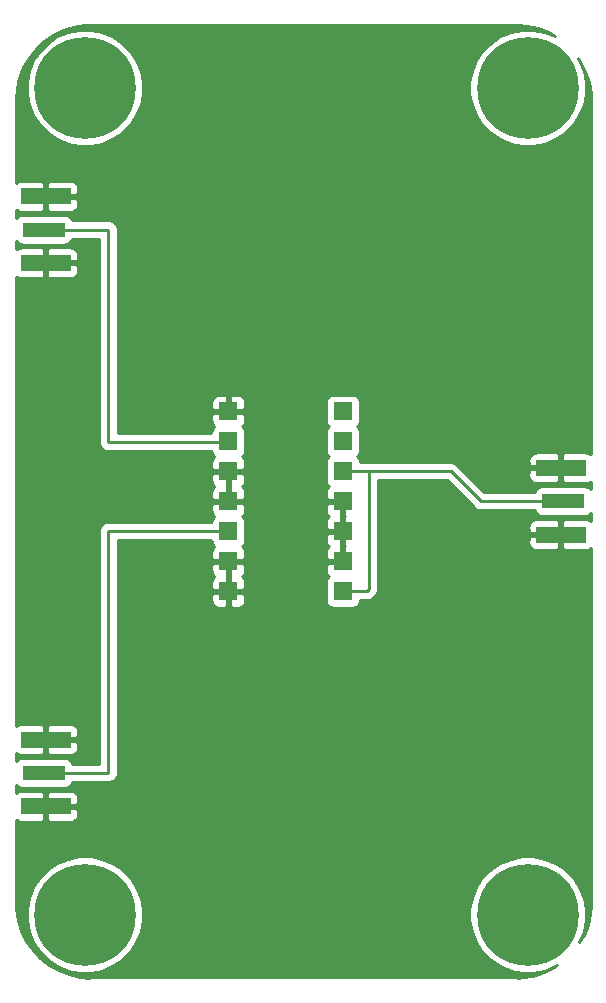
<source format=gbr>
%TF.GenerationSoftware,KiCad,Pcbnew,(5.1.6)-1*%
%TF.CreationDate,2020-10-09T05:33:10-04:00*%
%TF.ProjectId,RFID_PROJECT_PHASE-SHIFTER,52464944-5f50-4524-9f4a-4543545f5048,B*%
%TF.SameCoordinates,Original*%
%TF.FileFunction,Copper,L1,Top*%
%TF.FilePolarity,Positive*%
%FSLAX46Y46*%
G04 Gerber Fmt 4.6, Leading zero omitted, Abs format (unit mm)*
G04 Created by KiCad (PCBNEW (5.1.6)-1) date 2020-10-09 05:33:10*
%MOMM*%
%LPD*%
G01*
G04 APERTURE LIST*
%TA.AperFunction,ComponentPad*%
%ADD10C,0.900000*%
%TD*%
%TA.AperFunction,ComponentPad*%
%ADD11C,8.600000*%
%TD*%
%TA.AperFunction,SMDPad,CuDef*%
%ADD12R,1.600000X1.550000*%
%TD*%
%TA.AperFunction,SMDPad,CuDef*%
%ADD13R,4.200000X1.350000*%
%TD*%
%TA.AperFunction,SMDPad,CuDef*%
%ADD14R,3.600000X1.270000*%
%TD*%
%TA.AperFunction,ViaPad*%
%ADD15C,1.000000*%
%TD*%
%TA.AperFunction,Conductor*%
%ADD16C,0.293370*%
%TD*%
%TA.AperFunction,Conductor*%
%ADD17C,0.254000*%
%TD*%
G04 APERTURE END LIST*
D10*
%TO.P,H8,1*%
%TO.N,N/C*%
X173780419Y-125219581D03*
X171500000Y-124275000D03*
X169219581Y-125219581D03*
X168275000Y-127500000D03*
X169219581Y-129780419D03*
X171500000Y-130725000D03*
X173780419Y-129780419D03*
X174725000Y-127500000D03*
D11*
X171500000Y-127500000D03*
%TD*%
D10*
%TO.P,H7,1*%
%TO.N,N/C*%
X136280419Y-125219581D03*
X134000000Y-124275000D03*
X131719581Y-125219581D03*
X130775000Y-127500000D03*
X131719581Y-129780419D03*
X134000000Y-130725000D03*
X136280419Y-129780419D03*
X137225000Y-127500000D03*
D11*
X134000000Y-127500000D03*
%TD*%
D10*
%TO.P,H6,1*%
%TO.N,N/C*%
X173780419Y-55219581D03*
X171500000Y-54275000D03*
X169219581Y-55219581D03*
X168275000Y-57500000D03*
X169219581Y-59780419D03*
X171500000Y-60725000D03*
X173780419Y-59780419D03*
X174725000Y-57500000D03*
D11*
X171500000Y-57500000D03*
%TD*%
D10*
%TO.P,H5,1*%
%TO.N,N/C*%
X136280419Y-55219581D03*
X134000000Y-54275000D03*
X131719581Y-55219581D03*
X130775000Y-57500000D03*
X131719581Y-59780419D03*
X134000000Y-60725000D03*
X136280419Y-59780419D03*
X137225000Y-57500000D03*
D11*
X134000000Y-57500000D03*
%TD*%
D12*
%TO.P,U2,7*%
%TO.N,GND1*%
X146150000Y-100120000D03*
%TO.P,U2,8*%
%TO.N,Net-(J7-Pad1)*%
X155850000Y-100120000D03*
%TO.P,U2,6*%
%TO.N,GND1*%
X146150000Y-97580000D03*
%TO.P,U2,9*%
X155850000Y-97580000D03*
%TO.P,U2,5*%
%TO.N,Net-(J6-Pad1)*%
X146150000Y-95040000D03*
%TO.P,U2,10*%
%TO.N,GND1*%
X155850000Y-95040000D03*
%TO.P,U2,4*%
X146150000Y-92500000D03*
%TO.P,U2,11*%
X155850000Y-92500000D03*
%TO.P,U2,3*%
X146150000Y-89960000D03*
%TO.P,U2,12*%
%TO.N,Net-(J7-Pad1)*%
X155850000Y-89960000D03*
%TO.P,U2,2*%
%TO.N,Net-(J5-Pad1)*%
X146150000Y-87420000D03*
%TO.P,U2,13*%
%TO.N,N/C*%
X155850000Y-87420000D03*
%TO.P,U2,1*%
%TO.N,GND1*%
X146150000Y-84880000D03*
%TO.P,U2,14*%
%TO.N,N/C*%
X155850000Y-84880000D03*
%TD*%
D13*
%TO.P,J5,2*%
%TO.N,GND1*%
X130700000Y-66675000D03*
X130700000Y-72325000D03*
D14*
%TO.P,J5,1*%
%TO.N,Net-(J5-Pad1)*%
X130500000Y-69500000D03*
%TD*%
D13*
%TO.P,J6,2*%
%TO.N,GND1*%
X130700000Y-112675000D03*
X130700000Y-118325000D03*
D14*
%TO.P,J6,1*%
%TO.N,Net-(J6-Pad1)*%
X130500000Y-115500000D03*
%TD*%
%TO.P,J7,1*%
%TO.N,Net-(J7-Pad1)*%
X174500000Y-92500000D03*
D13*
%TO.P,J7,2*%
%TO.N,GND1*%
X174300000Y-89675000D03*
X174300000Y-95325000D03*
%TD*%
D15*
%TO.N,GND1*%
X138000000Y-62500000D03*
X166000000Y-61500000D03*
X166000000Y-122500000D03*
X138000000Y-122500000D03*
%TD*%
D16*
%TO.N,Net-(J5-Pad1)*%
X130500000Y-69500000D02*
X136000000Y-69500000D01*
X136000000Y-69500000D02*
X136000000Y-87500000D01*
X146070000Y-87500000D02*
X146150000Y-87420000D01*
X136000000Y-87500000D02*
X146070000Y-87500000D01*
%TO.N,Net-(J6-Pad1)*%
X146110000Y-95000000D02*
X146150000Y-95040000D01*
X136000000Y-95000000D02*
X146110000Y-95000000D01*
X130500000Y-115500000D02*
X136000000Y-115500000D01*
X136000000Y-115500000D02*
X136000000Y-95000000D01*
%TO.N,Net-(J7-Pad1)*%
X164960000Y-89960000D02*
X167500000Y-92500000D01*
X167500000Y-92500000D02*
X174500000Y-92500000D01*
X155850000Y-100120000D02*
X157880000Y-100120000D01*
X157880000Y-100120000D02*
X158040000Y-99960000D01*
X158040000Y-99960000D02*
X158040000Y-89960000D01*
X155850000Y-89960000D02*
X158040000Y-89960000D01*
X158040000Y-89960000D02*
X164960000Y-89960000D01*
%TD*%
D17*
%TO.N,GND1*%
G36*
X134365717Y-52175088D02*
G01*
X134466353Y-52185000D01*
X170533647Y-52185000D01*
X170634283Y-52175088D01*
X170642993Y-52172446D01*
X171436842Y-52231439D01*
X172353106Y-52438769D01*
X173228657Y-52779252D01*
X173833589Y-53124999D01*
X172939486Y-52754650D01*
X171986055Y-52565000D01*
X171013945Y-52565000D01*
X170060514Y-52754650D01*
X169162401Y-53126660D01*
X168354121Y-53666735D01*
X167666735Y-54354121D01*
X167126660Y-55162401D01*
X166754650Y-56060514D01*
X166565000Y-57013945D01*
X166565000Y-57986055D01*
X166754650Y-58939486D01*
X167126660Y-59837599D01*
X167666735Y-60645879D01*
X168354121Y-61333265D01*
X169162401Y-61873340D01*
X170060514Y-62245350D01*
X171013945Y-62435000D01*
X171986055Y-62435000D01*
X172939486Y-62245350D01*
X173837599Y-61873340D01*
X174645879Y-61333265D01*
X175333265Y-60645879D01*
X175873340Y-59837599D01*
X176245350Y-58939486D01*
X176435000Y-57986055D01*
X176435000Y-57013945D01*
X176245350Y-56060514D01*
X175873340Y-55162401D01*
X175766929Y-55003146D01*
X175961160Y-55283129D01*
X176376659Y-56125677D01*
X176663054Y-57020376D01*
X176815689Y-57957579D01*
X176832427Y-58340946D01*
X176824912Y-58365718D01*
X176815000Y-58466354D01*
X176815000Y-88519119D01*
X176754494Y-88469463D01*
X176644180Y-88410498D01*
X176524482Y-88374188D01*
X176400000Y-88361928D01*
X174585750Y-88365000D01*
X174427000Y-88523750D01*
X174427000Y-89548000D01*
X174447000Y-89548000D01*
X174447000Y-89802000D01*
X174427000Y-89802000D01*
X174427000Y-90826250D01*
X174585750Y-90985000D01*
X176400000Y-90988072D01*
X176524482Y-90975812D01*
X176644180Y-90939502D01*
X176754494Y-90880537D01*
X176815000Y-90830881D01*
X176815000Y-91491575D01*
X176751185Y-91413815D01*
X176654494Y-91334463D01*
X176544180Y-91275498D01*
X176424482Y-91239188D01*
X176300000Y-91226928D01*
X172700000Y-91226928D01*
X172575518Y-91239188D01*
X172455820Y-91275498D01*
X172345506Y-91334463D01*
X172248815Y-91413815D01*
X172169463Y-91510506D01*
X172110498Y-91620820D01*
X172080923Y-91718315D01*
X167823784Y-91718315D01*
X166455469Y-90350000D01*
X171561928Y-90350000D01*
X171574188Y-90474482D01*
X171610498Y-90594180D01*
X171669463Y-90704494D01*
X171748815Y-90801185D01*
X171845506Y-90880537D01*
X171955820Y-90939502D01*
X172075518Y-90975812D01*
X172200000Y-90988072D01*
X174014250Y-90985000D01*
X174173000Y-90826250D01*
X174173000Y-89802000D01*
X171723750Y-89802000D01*
X171565000Y-89960750D01*
X171561928Y-90350000D01*
X166455469Y-90350000D01*
X165539889Y-89434420D01*
X165515409Y-89404591D01*
X165396382Y-89306908D01*
X165260585Y-89234323D01*
X165113237Y-89189626D01*
X164998398Y-89178315D01*
X164998390Y-89178315D01*
X164960000Y-89174534D01*
X164921610Y-89178315D01*
X158078398Y-89178315D01*
X158040000Y-89174533D01*
X158001602Y-89178315D01*
X157287414Y-89178315D01*
X157275812Y-89060518D01*
X157257455Y-89000000D01*
X171561928Y-89000000D01*
X171565000Y-89389250D01*
X171723750Y-89548000D01*
X174173000Y-89548000D01*
X174173000Y-88523750D01*
X174014250Y-88365000D01*
X172200000Y-88361928D01*
X172075518Y-88374188D01*
X171955820Y-88410498D01*
X171845506Y-88469463D01*
X171748815Y-88548815D01*
X171669463Y-88645506D01*
X171610498Y-88755820D01*
X171574188Y-88875518D01*
X171561928Y-89000000D01*
X157257455Y-89000000D01*
X157239502Y-88940820D01*
X157180537Y-88830506D01*
X157101185Y-88733815D01*
X157047796Y-88690000D01*
X157101185Y-88646185D01*
X157180537Y-88549494D01*
X157239502Y-88439180D01*
X157275812Y-88319482D01*
X157288072Y-88195000D01*
X157288072Y-86645000D01*
X157275812Y-86520518D01*
X157239502Y-86400820D01*
X157180537Y-86290506D01*
X157101185Y-86193815D01*
X157047796Y-86150000D01*
X157101185Y-86106185D01*
X157180537Y-86009494D01*
X157239502Y-85899180D01*
X157275812Y-85779482D01*
X157288072Y-85655000D01*
X157288072Y-84105000D01*
X157275812Y-83980518D01*
X157239502Y-83860820D01*
X157180537Y-83750506D01*
X157101185Y-83653815D01*
X157004494Y-83574463D01*
X156894180Y-83515498D01*
X156774482Y-83479188D01*
X156650000Y-83466928D01*
X155050000Y-83466928D01*
X154925518Y-83479188D01*
X154805820Y-83515498D01*
X154695506Y-83574463D01*
X154598815Y-83653815D01*
X154519463Y-83750506D01*
X154460498Y-83860820D01*
X154424188Y-83980518D01*
X154411928Y-84105000D01*
X154411928Y-85655000D01*
X154424188Y-85779482D01*
X154460498Y-85899180D01*
X154519463Y-86009494D01*
X154598815Y-86106185D01*
X154652204Y-86150000D01*
X154598815Y-86193815D01*
X154519463Y-86290506D01*
X154460498Y-86400820D01*
X154424188Y-86520518D01*
X154411928Y-86645000D01*
X154411928Y-88195000D01*
X154424188Y-88319482D01*
X154460498Y-88439180D01*
X154519463Y-88549494D01*
X154598815Y-88646185D01*
X154652204Y-88690000D01*
X154598815Y-88733815D01*
X154519463Y-88830506D01*
X154460498Y-88940820D01*
X154424188Y-89060518D01*
X154411928Y-89185000D01*
X154411928Y-90735000D01*
X154424188Y-90859482D01*
X154460498Y-90979180D01*
X154519463Y-91089494D01*
X154598815Y-91186185D01*
X154652204Y-91230000D01*
X154598815Y-91273815D01*
X154519463Y-91370506D01*
X154460498Y-91480820D01*
X154424188Y-91600518D01*
X154411928Y-91725000D01*
X154415000Y-92214250D01*
X154573750Y-92373000D01*
X155723000Y-92373000D01*
X155723000Y-92353000D01*
X155977000Y-92353000D01*
X155977000Y-92373000D01*
X155997000Y-92373000D01*
X155997000Y-92627000D01*
X155977000Y-92627000D01*
X155977000Y-93751250D01*
X155995750Y-93770000D01*
X155977000Y-93788750D01*
X155977000Y-94913000D01*
X155997000Y-94913000D01*
X155997000Y-95167000D01*
X155977000Y-95167000D01*
X155977000Y-96291250D01*
X155995750Y-96310000D01*
X155977000Y-96328750D01*
X155977000Y-97453000D01*
X155997000Y-97453000D01*
X155997000Y-97707000D01*
X155977000Y-97707000D01*
X155977000Y-97727000D01*
X155723000Y-97727000D01*
X155723000Y-97707000D01*
X154573750Y-97707000D01*
X154415000Y-97865750D01*
X154411928Y-98355000D01*
X154424188Y-98479482D01*
X154460498Y-98599180D01*
X154519463Y-98709494D01*
X154598815Y-98806185D01*
X154652204Y-98850000D01*
X154598815Y-98893815D01*
X154519463Y-98990506D01*
X154460498Y-99100820D01*
X154424188Y-99220518D01*
X154411928Y-99345000D01*
X154411928Y-100895000D01*
X154424188Y-101019482D01*
X154460498Y-101139180D01*
X154519463Y-101249494D01*
X154598815Y-101346185D01*
X154695506Y-101425537D01*
X154805820Y-101484502D01*
X154925518Y-101520812D01*
X155050000Y-101533072D01*
X156650000Y-101533072D01*
X156774482Y-101520812D01*
X156894180Y-101484502D01*
X157004494Y-101425537D01*
X157101185Y-101346185D01*
X157180537Y-101249494D01*
X157239502Y-101139180D01*
X157275812Y-101019482D01*
X157287414Y-100901685D01*
X157841610Y-100901685D01*
X157880000Y-100905466D01*
X157918390Y-100901685D01*
X157918398Y-100901685D01*
X158033237Y-100890374D01*
X158180585Y-100845677D01*
X158316382Y-100773092D01*
X158435409Y-100675409D01*
X158459889Y-100645580D01*
X158565581Y-100539888D01*
X158595409Y-100515409D01*
X158693092Y-100396382D01*
X158765677Y-100260585D01*
X158799971Y-100147532D01*
X158810374Y-100113238D01*
X158811878Y-100097970D01*
X158821685Y-99998398D01*
X158821685Y-99998391D01*
X158825466Y-99960001D01*
X158821685Y-99921611D01*
X158821685Y-96000000D01*
X171561928Y-96000000D01*
X171574188Y-96124482D01*
X171610498Y-96244180D01*
X171669463Y-96354494D01*
X171748815Y-96451185D01*
X171845506Y-96530537D01*
X171955820Y-96589502D01*
X172075518Y-96625812D01*
X172200000Y-96638072D01*
X174014250Y-96635000D01*
X174173000Y-96476250D01*
X174173000Y-95452000D01*
X171723750Y-95452000D01*
X171565000Y-95610750D01*
X171561928Y-96000000D01*
X158821685Y-96000000D01*
X158821685Y-94650000D01*
X171561928Y-94650000D01*
X171565000Y-95039250D01*
X171723750Y-95198000D01*
X174173000Y-95198000D01*
X174173000Y-94173750D01*
X174014250Y-94015000D01*
X172200000Y-94011928D01*
X172075518Y-94024188D01*
X171955820Y-94060498D01*
X171845506Y-94119463D01*
X171748815Y-94198815D01*
X171669463Y-94295506D01*
X171610498Y-94405820D01*
X171574188Y-94525518D01*
X171561928Y-94650000D01*
X158821685Y-94650000D01*
X158821685Y-90741685D01*
X164636216Y-90741685D01*
X166920111Y-93025580D01*
X166944591Y-93055409D01*
X167063618Y-93153092D01*
X167199415Y-93225677D01*
X167302065Y-93256815D01*
X167346762Y-93270374D01*
X167362030Y-93271878D01*
X167461602Y-93281685D01*
X167461609Y-93281685D01*
X167499999Y-93285466D01*
X167538389Y-93281685D01*
X172080923Y-93281685D01*
X172110498Y-93379180D01*
X172169463Y-93489494D01*
X172248815Y-93586185D01*
X172345506Y-93665537D01*
X172455820Y-93724502D01*
X172575518Y-93760812D01*
X172700000Y-93773072D01*
X176300000Y-93773072D01*
X176424482Y-93760812D01*
X176544180Y-93724502D01*
X176654494Y-93665537D01*
X176751185Y-93586185D01*
X176815001Y-93508425D01*
X176815001Y-94169119D01*
X176754494Y-94119463D01*
X176644180Y-94060498D01*
X176524482Y-94024188D01*
X176400000Y-94011928D01*
X174585750Y-94015000D01*
X174427000Y-94173750D01*
X174427000Y-95198000D01*
X174447000Y-95198000D01*
X174447000Y-95452000D01*
X174427000Y-95452000D01*
X174427000Y-96476250D01*
X174585750Y-96635000D01*
X176400000Y-96638072D01*
X176524482Y-96625812D01*
X176644180Y-96589502D01*
X176754494Y-96530537D01*
X176815001Y-96480881D01*
X176815001Y-126533647D01*
X176824913Y-126634283D01*
X176827554Y-126642990D01*
X176768561Y-127436841D01*
X176561231Y-128353106D01*
X176220748Y-129228657D01*
X175875001Y-129833589D01*
X176245350Y-128939486D01*
X176435000Y-127986055D01*
X176435000Y-127013945D01*
X176245350Y-126060514D01*
X175873340Y-125162401D01*
X175333265Y-124354121D01*
X174645879Y-123666735D01*
X173837599Y-123126660D01*
X172939486Y-122754650D01*
X171986055Y-122565000D01*
X171013945Y-122565000D01*
X170060514Y-122754650D01*
X169162401Y-123126660D01*
X168354121Y-123666735D01*
X167666735Y-124354121D01*
X167126660Y-125162401D01*
X166754650Y-126060514D01*
X166565000Y-127013945D01*
X166565000Y-127986055D01*
X166754650Y-128939486D01*
X167126660Y-129837599D01*
X167666735Y-130645879D01*
X168354121Y-131333265D01*
X169162401Y-131873340D01*
X170060514Y-132245350D01*
X171013945Y-132435000D01*
X171986055Y-132435000D01*
X172939486Y-132245350D01*
X173837599Y-131873340D01*
X173996837Y-131766940D01*
X173716871Y-131961160D01*
X172874323Y-132376659D01*
X171979624Y-132663054D01*
X171042414Y-132815689D01*
X170659055Y-132832427D01*
X170634283Y-132824912D01*
X170533647Y-132815000D01*
X134466353Y-132815000D01*
X134365717Y-132824912D01*
X134357007Y-132827554D01*
X133563159Y-132768561D01*
X132646894Y-132561231D01*
X131771343Y-132220748D01*
X130955735Y-131754590D01*
X130217986Y-131172995D01*
X129574311Y-130488749D01*
X129038840Y-129716871D01*
X128623341Y-128874323D01*
X128336946Y-127979624D01*
X128184311Y-127042414D01*
X128183069Y-127013945D01*
X129065000Y-127013945D01*
X129065000Y-127986055D01*
X129254650Y-128939486D01*
X129626660Y-129837599D01*
X130166735Y-130645879D01*
X130854121Y-131333265D01*
X131662401Y-131873340D01*
X132560514Y-132245350D01*
X133513945Y-132435000D01*
X134486055Y-132435000D01*
X135439486Y-132245350D01*
X136337599Y-131873340D01*
X137145879Y-131333265D01*
X137833265Y-130645879D01*
X138373340Y-129837599D01*
X138745350Y-128939486D01*
X138935000Y-127986055D01*
X138935000Y-127013945D01*
X138745350Y-126060514D01*
X138373340Y-125162401D01*
X137833265Y-124354121D01*
X137145879Y-123666735D01*
X136337599Y-123126660D01*
X135439486Y-122754650D01*
X134486055Y-122565000D01*
X133513945Y-122565000D01*
X132560514Y-122754650D01*
X131662401Y-123126660D01*
X130854121Y-123666735D01*
X130166735Y-124354121D01*
X129626660Y-125162401D01*
X129254650Y-126060514D01*
X129065000Y-127013945D01*
X128183069Y-127013945D01*
X128167573Y-126659055D01*
X128175088Y-126634283D01*
X128185000Y-126533647D01*
X128185000Y-119480881D01*
X128245506Y-119530537D01*
X128355820Y-119589502D01*
X128475518Y-119625812D01*
X128600000Y-119638072D01*
X130414250Y-119635000D01*
X130573000Y-119476250D01*
X130573000Y-118452000D01*
X130827000Y-118452000D01*
X130827000Y-119476250D01*
X130985750Y-119635000D01*
X132800000Y-119638072D01*
X132924482Y-119625812D01*
X133044180Y-119589502D01*
X133154494Y-119530537D01*
X133251185Y-119451185D01*
X133330537Y-119354494D01*
X133389502Y-119244180D01*
X133425812Y-119124482D01*
X133438072Y-119000000D01*
X133435000Y-118610750D01*
X133276250Y-118452000D01*
X130827000Y-118452000D01*
X130573000Y-118452000D01*
X130553000Y-118452000D01*
X130553000Y-118198000D01*
X130573000Y-118198000D01*
X130573000Y-117173750D01*
X130827000Y-117173750D01*
X130827000Y-118198000D01*
X133276250Y-118198000D01*
X133435000Y-118039250D01*
X133438072Y-117650000D01*
X133425812Y-117525518D01*
X133389502Y-117405820D01*
X133330537Y-117295506D01*
X133251185Y-117198815D01*
X133154494Y-117119463D01*
X133044180Y-117060498D01*
X132924482Y-117024188D01*
X132800000Y-117011928D01*
X130985750Y-117015000D01*
X130827000Y-117173750D01*
X130573000Y-117173750D01*
X130414250Y-117015000D01*
X128600000Y-117011928D01*
X128475518Y-117024188D01*
X128355820Y-117060498D01*
X128245506Y-117119463D01*
X128185000Y-117169119D01*
X128185000Y-116508426D01*
X128248815Y-116586185D01*
X128345506Y-116665537D01*
X128455820Y-116724502D01*
X128575518Y-116760812D01*
X128700000Y-116773072D01*
X132300000Y-116773072D01*
X132424482Y-116760812D01*
X132544180Y-116724502D01*
X132654494Y-116665537D01*
X132751185Y-116586185D01*
X132830537Y-116489494D01*
X132889502Y-116379180D01*
X132919077Y-116281685D01*
X135961602Y-116281685D01*
X136000000Y-116285467D01*
X136038398Y-116281685D01*
X136153237Y-116270374D01*
X136300585Y-116225677D01*
X136436382Y-116153092D01*
X136555409Y-116055409D01*
X136653092Y-115936382D01*
X136725677Y-115800585D01*
X136770374Y-115653237D01*
X136785467Y-115500000D01*
X136781685Y-115461602D01*
X136781685Y-100895000D01*
X144711928Y-100895000D01*
X144724188Y-101019482D01*
X144760498Y-101139180D01*
X144819463Y-101249494D01*
X144898815Y-101346185D01*
X144995506Y-101425537D01*
X145105820Y-101484502D01*
X145225518Y-101520812D01*
X145350000Y-101533072D01*
X145864250Y-101530000D01*
X146023000Y-101371250D01*
X146023000Y-100247000D01*
X146277000Y-100247000D01*
X146277000Y-101371250D01*
X146435750Y-101530000D01*
X146950000Y-101533072D01*
X147074482Y-101520812D01*
X147194180Y-101484502D01*
X147304494Y-101425537D01*
X147401185Y-101346185D01*
X147480537Y-101249494D01*
X147539502Y-101139180D01*
X147575812Y-101019482D01*
X147588072Y-100895000D01*
X147585000Y-100405750D01*
X147426250Y-100247000D01*
X146277000Y-100247000D01*
X146023000Y-100247000D01*
X144873750Y-100247000D01*
X144715000Y-100405750D01*
X144711928Y-100895000D01*
X136781685Y-100895000D01*
X136781685Y-98355000D01*
X144711928Y-98355000D01*
X144724188Y-98479482D01*
X144760498Y-98599180D01*
X144819463Y-98709494D01*
X144898815Y-98806185D01*
X144952204Y-98850000D01*
X144898815Y-98893815D01*
X144819463Y-98990506D01*
X144760498Y-99100820D01*
X144724188Y-99220518D01*
X144711928Y-99345000D01*
X144715000Y-99834250D01*
X144873750Y-99993000D01*
X146023000Y-99993000D01*
X146023000Y-98868750D01*
X146004250Y-98850000D01*
X146023000Y-98831250D01*
X146023000Y-97707000D01*
X146277000Y-97707000D01*
X146277000Y-98831250D01*
X146295750Y-98850000D01*
X146277000Y-98868750D01*
X146277000Y-99993000D01*
X147426250Y-99993000D01*
X147585000Y-99834250D01*
X147588072Y-99345000D01*
X147575812Y-99220518D01*
X147539502Y-99100820D01*
X147480537Y-98990506D01*
X147401185Y-98893815D01*
X147347796Y-98850000D01*
X147401185Y-98806185D01*
X147480537Y-98709494D01*
X147539502Y-98599180D01*
X147575812Y-98479482D01*
X147588072Y-98355000D01*
X147585000Y-97865750D01*
X147426250Y-97707000D01*
X146277000Y-97707000D01*
X146023000Y-97707000D01*
X144873750Y-97707000D01*
X144715000Y-97865750D01*
X144711928Y-98355000D01*
X136781685Y-98355000D01*
X136781685Y-95781685D01*
X144711928Y-95781685D01*
X144711928Y-95815000D01*
X144724188Y-95939482D01*
X144760498Y-96059180D01*
X144819463Y-96169494D01*
X144898815Y-96266185D01*
X144952204Y-96310000D01*
X144898815Y-96353815D01*
X144819463Y-96450506D01*
X144760498Y-96560820D01*
X144724188Y-96680518D01*
X144711928Y-96805000D01*
X144715000Y-97294250D01*
X144873750Y-97453000D01*
X146023000Y-97453000D01*
X146023000Y-97433000D01*
X146277000Y-97433000D01*
X146277000Y-97453000D01*
X147426250Y-97453000D01*
X147585000Y-97294250D01*
X147588072Y-96805000D01*
X147575812Y-96680518D01*
X147539502Y-96560820D01*
X147480537Y-96450506D01*
X147401185Y-96353815D01*
X147347796Y-96310000D01*
X147401185Y-96266185D01*
X147480537Y-96169494D01*
X147539502Y-96059180D01*
X147575812Y-95939482D01*
X147588072Y-95815000D01*
X154411928Y-95815000D01*
X154424188Y-95939482D01*
X154460498Y-96059180D01*
X154519463Y-96169494D01*
X154598815Y-96266185D01*
X154652204Y-96310000D01*
X154598815Y-96353815D01*
X154519463Y-96450506D01*
X154460498Y-96560820D01*
X154424188Y-96680518D01*
X154411928Y-96805000D01*
X154415000Y-97294250D01*
X154573750Y-97453000D01*
X155723000Y-97453000D01*
X155723000Y-96328750D01*
X155704250Y-96310000D01*
X155723000Y-96291250D01*
X155723000Y-95167000D01*
X154573750Y-95167000D01*
X154415000Y-95325750D01*
X154411928Y-95815000D01*
X147588072Y-95815000D01*
X147588072Y-94265000D01*
X147575812Y-94140518D01*
X147539502Y-94020820D01*
X147480537Y-93910506D01*
X147401185Y-93813815D01*
X147347796Y-93770000D01*
X147401185Y-93726185D01*
X147480537Y-93629494D01*
X147539502Y-93519180D01*
X147575812Y-93399482D01*
X147588072Y-93275000D01*
X154411928Y-93275000D01*
X154424188Y-93399482D01*
X154460498Y-93519180D01*
X154519463Y-93629494D01*
X154598815Y-93726185D01*
X154652204Y-93770000D01*
X154598815Y-93813815D01*
X154519463Y-93910506D01*
X154460498Y-94020820D01*
X154424188Y-94140518D01*
X154411928Y-94265000D01*
X154415000Y-94754250D01*
X154573750Y-94913000D01*
X155723000Y-94913000D01*
X155723000Y-93788750D01*
X155704250Y-93770000D01*
X155723000Y-93751250D01*
X155723000Y-92627000D01*
X154573750Y-92627000D01*
X154415000Y-92785750D01*
X154411928Y-93275000D01*
X147588072Y-93275000D01*
X147585000Y-92785750D01*
X147426250Y-92627000D01*
X146277000Y-92627000D01*
X146277000Y-92647000D01*
X146023000Y-92647000D01*
X146023000Y-92627000D01*
X144873750Y-92627000D01*
X144715000Y-92785750D01*
X144711928Y-93275000D01*
X144724188Y-93399482D01*
X144760498Y-93519180D01*
X144819463Y-93629494D01*
X144898815Y-93726185D01*
X144952204Y-93770000D01*
X144898815Y-93813815D01*
X144819463Y-93910506D01*
X144760498Y-94020820D01*
X144724188Y-94140518D01*
X144716526Y-94218315D01*
X136038398Y-94218315D01*
X136000000Y-94214533D01*
X135961602Y-94218315D01*
X135846763Y-94229626D01*
X135699415Y-94274323D01*
X135563618Y-94346908D01*
X135444591Y-94444591D01*
X135346908Y-94563618D01*
X135274323Y-94699415D01*
X135229626Y-94846763D01*
X135214533Y-95000000D01*
X135218316Y-95038408D01*
X135218315Y-114718315D01*
X132919077Y-114718315D01*
X132889502Y-114620820D01*
X132830537Y-114510506D01*
X132751185Y-114413815D01*
X132654494Y-114334463D01*
X132544180Y-114275498D01*
X132424482Y-114239188D01*
X132300000Y-114226928D01*
X128700000Y-114226928D01*
X128575518Y-114239188D01*
X128455820Y-114275498D01*
X128345506Y-114334463D01*
X128248815Y-114413815D01*
X128185000Y-114491574D01*
X128185000Y-113830881D01*
X128245506Y-113880537D01*
X128355820Y-113939502D01*
X128475518Y-113975812D01*
X128600000Y-113988072D01*
X130414250Y-113985000D01*
X130573000Y-113826250D01*
X130573000Y-112802000D01*
X130827000Y-112802000D01*
X130827000Y-113826250D01*
X130985750Y-113985000D01*
X132800000Y-113988072D01*
X132924482Y-113975812D01*
X133044180Y-113939502D01*
X133154494Y-113880537D01*
X133251185Y-113801185D01*
X133330537Y-113704494D01*
X133389502Y-113594180D01*
X133425812Y-113474482D01*
X133438072Y-113350000D01*
X133435000Y-112960750D01*
X133276250Y-112802000D01*
X130827000Y-112802000D01*
X130573000Y-112802000D01*
X130553000Y-112802000D01*
X130553000Y-112548000D01*
X130573000Y-112548000D01*
X130573000Y-111523750D01*
X130827000Y-111523750D01*
X130827000Y-112548000D01*
X133276250Y-112548000D01*
X133435000Y-112389250D01*
X133438072Y-112000000D01*
X133425812Y-111875518D01*
X133389502Y-111755820D01*
X133330537Y-111645506D01*
X133251185Y-111548815D01*
X133154494Y-111469463D01*
X133044180Y-111410498D01*
X132924482Y-111374188D01*
X132800000Y-111361928D01*
X130985750Y-111365000D01*
X130827000Y-111523750D01*
X130573000Y-111523750D01*
X130414250Y-111365000D01*
X128600000Y-111361928D01*
X128475518Y-111374188D01*
X128355820Y-111410498D01*
X128245506Y-111469463D01*
X128185000Y-111519119D01*
X128185000Y-90735000D01*
X144711928Y-90735000D01*
X144724188Y-90859482D01*
X144760498Y-90979180D01*
X144819463Y-91089494D01*
X144898815Y-91186185D01*
X144952204Y-91230000D01*
X144898815Y-91273815D01*
X144819463Y-91370506D01*
X144760498Y-91480820D01*
X144724188Y-91600518D01*
X144711928Y-91725000D01*
X144715000Y-92214250D01*
X144873750Y-92373000D01*
X146023000Y-92373000D01*
X146023000Y-91248750D01*
X146004250Y-91230000D01*
X146023000Y-91211250D01*
X146023000Y-90087000D01*
X146277000Y-90087000D01*
X146277000Y-91211250D01*
X146295750Y-91230000D01*
X146277000Y-91248750D01*
X146277000Y-92373000D01*
X147426250Y-92373000D01*
X147585000Y-92214250D01*
X147588072Y-91725000D01*
X147575812Y-91600518D01*
X147539502Y-91480820D01*
X147480537Y-91370506D01*
X147401185Y-91273815D01*
X147347796Y-91230000D01*
X147401185Y-91186185D01*
X147480537Y-91089494D01*
X147539502Y-90979180D01*
X147575812Y-90859482D01*
X147588072Y-90735000D01*
X147585000Y-90245750D01*
X147426250Y-90087000D01*
X146277000Y-90087000D01*
X146023000Y-90087000D01*
X144873750Y-90087000D01*
X144715000Y-90245750D01*
X144711928Y-90735000D01*
X128185000Y-90735000D01*
X128185000Y-73480881D01*
X128245506Y-73530537D01*
X128355820Y-73589502D01*
X128475518Y-73625812D01*
X128600000Y-73638072D01*
X130414250Y-73635000D01*
X130573000Y-73476250D01*
X130573000Y-72452000D01*
X130827000Y-72452000D01*
X130827000Y-73476250D01*
X130985750Y-73635000D01*
X132800000Y-73638072D01*
X132924482Y-73625812D01*
X133044180Y-73589502D01*
X133154494Y-73530537D01*
X133251185Y-73451185D01*
X133330537Y-73354494D01*
X133389502Y-73244180D01*
X133425812Y-73124482D01*
X133438072Y-73000000D01*
X133435000Y-72610750D01*
X133276250Y-72452000D01*
X130827000Y-72452000D01*
X130573000Y-72452000D01*
X130553000Y-72452000D01*
X130553000Y-72198000D01*
X130573000Y-72198000D01*
X130573000Y-71173750D01*
X130827000Y-71173750D01*
X130827000Y-72198000D01*
X133276250Y-72198000D01*
X133435000Y-72039250D01*
X133438072Y-71650000D01*
X133425812Y-71525518D01*
X133389502Y-71405820D01*
X133330537Y-71295506D01*
X133251185Y-71198815D01*
X133154494Y-71119463D01*
X133044180Y-71060498D01*
X132924482Y-71024188D01*
X132800000Y-71011928D01*
X130985750Y-71015000D01*
X130827000Y-71173750D01*
X130573000Y-71173750D01*
X130414250Y-71015000D01*
X128600000Y-71011928D01*
X128475518Y-71024188D01*
X128355820Y-71060498D01*
X128245506Y-71119463D01*
X128185000Y-71169119D01*
X128185000Y-70508426D01*
X128248815Y-70586185D01*
X128345506Y-70665537D01*
X128455820Y-70724502D01*
X128575518Y-70760812D01*
X128700000Y-70773072D01*
X132300000Y-70773072D01*
X132424482Y-70760812D01*
X132544180Y-70724502D01*
X132654494Y-70665537D01*
X132751185Y-70586185D01*
X132830537Y-70489494D01*
X132889502Y-70379180D01*
X132919077Y-70281685D01*
X135218315Y-70281685D01*
X135218316Y-87461592D01*
X135214533Y-87500000D01*
X135229626Y-87653237D01*
X135274323Y-87800585D01*
X135346908Y-87936382D01*
X135444591Y-88055409D01*
X135563618Y-88153092D01*
X135699415Y-88225677D01*
X135846763Y-88270374D01*
X135961602Y-88281685D01*
X136000000Y-88285467D01*
X136038398Y-88281685D01*
X144720465Y-88281685D01*
X144724188Y-88319482D01*
X144760498Y-88439180D01*
X144819463Y-88549494D01*
X144898815Y-88646185D01*
X144952204Y-88690000D01*
X144898815Y-88733815D01*
X144819463Y-88830506D01*
X144760498Y-88940820D01*
X144724188Y-89060518D01*
X144711928Y-89185000D01*
X144715000Y-89674250D01*
X144873750Y-89833000D01*
X146023000Y-89833000D01*
X146023000Y-89813000D01*
X146277000Y-89813000D01*
X146277000Y-89833000D01*
X147426250Y-89833000D01*
X147585000Y-89674250D01*
X147588072Y-89185000D01*
X147575812Y-89060518D01*
X147539502Y-88940820D01*
X147480537Y-88830506D01*
X147401185Y-88733815D01*
X147347796Y-88690000D01*
X147401185Y-88646185D01*
X147480537Y-88549494D01*
X147539502Y-88439180D01*
X147575812Y-88319482D01*
X147588072Y-88195000D01*
X147588072Y-86645000D01*
X147575812Y-86520518D01*
X147539502Y-86400820D01*
X147480537Y-86290506D01*
X147401185Y-86193815D01*
X147347796Y-86150000D01*
X147401185Y-86106185D01*
X147480537Y-86009494D01*
X147539502Y-85899180D01*
X147575812Y-85779482D01*
X147588072Y-85655000D01*
X147585000Y-85165750D01*
X147426250Y-85007000D01*
X146277000Y-85007000D01*
X146277000Y-85027000D01*
X146023000Y-85027000D01*
X146023000Y-85007000D01*
X144873750Y-85007000D01*
X144715000Y-85165750D01*
X144711928Y-85655000D01*
X144724188Y-85779482D01*
X144760498Y-85899180D01*
X144819463Y-86009494D01*
X144898815Y-86106185D01*
X144952204Y-86150000D01*
X144898815Y-86193815D01*
X144819463Y-86290506D01*
X144760498Y-86400820D01*
X144724188Y-86520518D01*
X144711928Y-86645000D01*
X144711928Y-86718315D01*
X136781685Y-86718315D01*
X136781685Y-84105000D01*
X144711928Y-84105000D01*
X144715000Y-84594250D01*
X144873750Y-84753000D01*
X146023000Y-84753000D01*
X146023000Y-83628750D01*
X146277000Y-83628750D01*
X146277000Y-84753000D01*
X147426250Y-84753000D01*
X147585000Y-84594250D01*
X147588072Y-84105000D01*
X147575812Y-83980518D01*
X147539502Y-83860820D01*
X147480537Y-83750506D01*
X147401185Y-83653815D01*
X147304494Y-83574463D01*
X147194180Y-83515498D01*
X147074482Y-83479188D01*
X146950000Y-83466928D01*
X146435750Y-83470000D01*
X146277000Y-83628750D01*
X146023000Y-83628750D01*
X145864250Y-83470000D01*
X145350000Y-83466928D01*
X145225518Y-83479188D01*
X145105820Y-83515498D01*
X144995506Y-83574463D01*
X144898815Y-83653815D01*
X144819463Y-83750506D01*
X144760498Y-83860820D01*
X144724188Y-83980518D01*
X144711928Y-84105000D01*
X136781685Y-84105000D01*
X136781685Y-69538398D01*
X136785467Y-69500000D01*
X136770374Y-69346763D01*
X136725677Y-69199415D01*
X136653092Y-69063618D01*
X136555409Y-68944591D01*
X136436382Y-68846908D01*
X136300585Y-68774323D01*
X136153237Y-68729626D01*
X136038398Y-68718315D01*
X136000000Y-68714533D01*
X135961602Y-68718315D01*
X132919077Y-68718315D01*
X132889502Y-68620820D01*
X132830537Y-68510506D01*
X132751185Y-68413815D01*
X132654494Y-68334463D01*
X132544180Y-68275498D01*
X132424482Y-68239188D01*
X132300000Y-68226928D01*
X128700000Y-68226928D01*
X128575518Y-68239188D01*
X128455820Y-68275498D01*
X128345506Y-68334463D01*
X128248815Y-68413815D01*
X128185000Y-68491574D01*
X128185000Y-67830881D01*
X128245506Y-67880537D01*
X128355820Y-67939502D01*
X128475518Y-67975812D01*
X128600000Y-67988072D01*
X130414250Y-67985000D01*
X130573000Y-67826250D01*
X130573000Y-66802000D01*
X130827000Y-66802000D01*
X130827000Y-67826250D01*
X130985750Y-67985000D01*
X132800000Y-67988072D01*
X132924482Y-67975812D01*
X133044180Y-67939502D01*
X133154494Y-67880537D01*
X133251185Y-67801185D01*
X133330537Y-67704494D01*
X133389502Y-67594180D01*
X133425812Y-67474482D01*
X133438072Y-67350000D01*
X133435000Y-66960750D01*
X133276250Y-66802000D01*
X130827000Y-66802000D01*
X130573000Y-66802000D01*
X130553000Y-66802000D01*
X130553000Y-66548000D01*
X130573000Y-66548000D01*
X130573000Y-65523750D01*
X130827000Y-65523750D01*
X130827000Y-66548000D01*
X133276250Y-66548000D01*
X133435000Y-66389250D01*
X133438072Y-66000000D01*
X133425812Y-65875518D01*
X133389502Y-65755820D01*
X133330537Y-65645506D01*
X133251185Y-65548815D01*
X133154494Y-65469463D01*
X133044180Y-65410498D01*
X132924482Y-65374188D01*
X132800000Y-65361928D01*
X130985750Y-65365000D01*
X130827000Y-65523750D01*
X130573000Y-65523750D01*
X130414250Y-65365000D01*
X128600000Y-65361928D01*
X128475518Y-65374188D01*
X128355820Y-65410498D01*
X128245506Y-65469463D01*
X128185000Y-65519119D01*
X128185000Y-58466353D01*
X128175088Y-58365717D01*
X128172446Y-58357007D01*
X128231439Y-57563158D01*
X128355713Y-57013945D01*
X129065000Y-57013945D01*
X129065000Y-57986055D01*
X129254650Y-58939486D01*
X129626660Y-59837599D01*
X130166735Y-60645879D01*
X130854121Y-61333265D01*
X131662401Y-61873340D01*
X132560514Y-62245350D01*
X133513945Y-62435000D01*
X134486055Y-62435000D01*
X135439486Y-62245350D01*
X136337599Y-61873340D01*
X137145879Y-61333265D01*
X137833265Y-60645879D01*
X138373340Y-59837599D01*
X138745350Y-58939486D01*
X138935000Y-57986055D01*
X138935000Y-57013945D01*
X138745350Y-56060514D01*
X138373340Y-55162401D01*
X137833265Y-54354121D01*
X137145879Y-53666735D01*
X136337599Y-53126660D01*
X135439486Y-52754650D01*
X134486055Y-52565000D01*
X133513945Y-52565000D01*
X132560514Y-52754650D01*
X131662401Y-53126660D01*
X130854121Y-53666735D01*
X130166735Y-54354121D01*
X129626660Y-55162401D01*
X129254650Y-56060514D01*
X129065000Y-57013945D01*
X128355713Y-57013945D01*
X128438769Y-56646894D01*
X128779252Y-55771343D01*
X129245410Y-54955735D01*
X129827005Y-54217986D01*
X130511251Y-53574311D01*
X131283129Y-53038840D01*
X132125677Y-52623341D01*
X133020376Y-52336946D01*
X133957579Y-52184311D01*
X134340945Y-52167573D01*
X134365717Y-52175088D01*
G37*
X134365717Y-52175088D02*
X134466353Y-52185000D01*
X170533647Y-52185000D01*
X170634283Y-52175088D01*
X170642993Y-52172446D01*
X171436842Y-52231439D01*
X172353106Y-52438769D01*
X173228657Y-52779252D01*
X173833589Y-53124999D01*
X172939486Y-52754650D01*
X171986055Y-52565000D01*
X171013945Y-52565000D01*
X170060514Y-52754650D01*
X169162401Y-53126660D01*
X168354121Y-53666735D01*
X167666735Y-54354121D01*
X167126660Y-55162401D01*
X166754650Y-56060514D01*
X166565000Y-57013945D01*
X166565000Y-57986055D01*
X166754650Y-58939486D01*
X167126660Y-59837599D01*
X167666735Y-60645879D01*
X168354121Y-61333265D01*
X169162401Y-61873340D01*
X170060514Y-62245350D01*
X171013945Y-62435000D01*
X171986055Y-62435000D01*
X172939486Y-62245350D01*
X173837599Y-61873340D01*
X174645879Y-61333265D01*
X175333265Y-60645879D01*
X175873340Y-59837599D01*
X176245350Y-58939486D01*
X176435000Y-57986055D01*
X176435000Y-57013945D01*
X176245350Y-56060514D01*
X175873340Y-55162401D01*
X175766929Y-55003146D01*
X175961160Y-55283129D01*
X176376659Y-56125677D01*
X176663054Y-57020376D01*
X176815689Y-57957579D01*
X176832427Y-58340946D01*
X176824912Y-58365718D01*
X176815000Y-58466354D01*
X176815000Y-88519119D01*
X176754494Y-88469463D01*
X176644180Y-88410498D01*
X176524482Y-88374188D01*
X176400000Y-88361928D01*
X174585750Y-88365000D01*
X174427000Y-88523750D01*
X174427000Y-89548000D01*
X174447000Y-89548000D01*
X174447000Y-89802000D01*
X174427000Y-89802000D01*
X174427000Y-90826250D01*
X174585750Y-90985000D01*
X176400000Y-90988072D01*
X176524482Y-90975812D01*
X176644180Y-90939502D01*
X176754494Y-90880537D01*
X176815000Y-90830881D01*
X176815000Y-91491575D01*
X176751185Y-91413815D01*
X176654494Y-91334463D01*
X176544180Y-91275498D01*
X176424482Y-91239188D01*
X176300000Y-91226928D01*
X172700000Y-91226928D01*
X172575518Y-91239188D01*
X172455820Y-91275498D01*
X172345506Y-91334463D01*
X172248815Y-91413815D01*
X172169463Y-91510506D01*
X172110498Y-91620820D01*
X172080923Y-91718315D01*
X167823784Y-91718315D01*
X166455469Y-90350000D01*
X171561928Y-90350000D01*
X171574188Y-90474482D01*
X171610498Y-90594180D01*
X171669463Y-90704494D01*
X171748815Y-90801185D01*
X171845506Y-90880537D01*
X171955820Y-90939502D01*
X172075518Y-90975812D01*
X172200000Y-90988072D01*
X174014250Y-90985000D01*
X174173000Y-90826250D01*
X174173000Y-89802000D01*
X171723750Y-89802000D01*
X171565000Y-89960750D01*
X171561928Y-90350000D01*
X166455469Y-90350000D01*
X165539889Y-89434420D01*
X165515409Y-89404591D01*
X165396382Y-89306908D01*
X165260585Y-89234323D01*
X165113237Y-89189626D01*
X164998398Y-89178315D01*
X164998390Y-89178315D01*
X164960000Y-89174534D01*
X164921610Y-89178315D01*
X158078398Y-89178315D01*
X158040000Y-89174533D01*
X158001602Y-89178315D01*
X157287414Y-89178315D01*
X157275812Y-89060518D01*
X157257455Y-89000000D01*
X171561928Y-89000000D01*
X171565000Y-89389250D01*
X171723750Y-89548000D01*
X174173000Y-89548000D01*
X174173000Y-88523750D01*
X174014250Y-88365000D01*
X172200000Y-88361928D01*
X172075518Y-88374188D01*
X171955820Y-88410498D01*
X171845506Y-88469463D01*
X171748815Y-88548815D01*
X171669463Y-88645506D01*
X171610498Y-88755820D01*
X171574188Y-88875518D01*
X171561928Y-89000000D01*
X157257455Y-89000000D01*
X157239502Y-88940820D01*
X157180537Y-88830506D01*
X157101185Y-88733815D01*
X157047796Y-88690000D01*
X157101185Y-88646185D01*
X157180537Y-88549494D01*
X157239502Y-88439180D01*
X157275812Y-88319482D01*
X157288072Y-88195000D01*
X157288072Y-86645000D01*
X157275812Y-86520518D01*
X157239502Y-86400820D01*
X157180537Y-86290506D01*
X157101185Y-86193815D01*
X157047796Y-86150000D01*
X157101185Y-86106185D01*
X157180537Y-86009494D01*
X157239502Y-85899180D01*
X157275812Y-85779482D01*
X157288072Y-85655000D01*
X157288072Y-84105000D01*
X157275812Y-83980518D01*
X157239502Y-83860820D01*
X157180537Y-83750506D01*
X157101185Y-83653815D01*
X157004494Y-83574463D01*
X156894180Y-83515498D01*
X156774482Y-83479188D01*
X156650000Y-83466928D01*
X155050000Y-83466928D01*
X154925518Y-83479188D01*
X154805820Y-83515498D01*
X154695506Y-83574463D01*
X154598815Y-83653815D01*
X154519463Y-83750506D01*
X154460498Y-83860820D01*
X154424188Y-83980518D01*
X154411928Y-84105000D01*
X154411928Y-85655000D01*
X154424188Y-85779482D01*
X154460498Y-85899180D01*
X154519463Y-86009494D01*
X154598815Y-86106185D01*
X154652204Y-86150000D01*
X154598815Y-86193815D01*
X154519463Y-86290506D01*
X154460498Y-86400820D01*
X154424188Y-86520518D01*
X154411928Y-86645000D01*
X154411928Y-88195000D01*
X154424188Y-88319482D01*
X154460498Y-88439180D01*
X154519463Y-88549494D01*
X154598815Y-88646185D01*
X154652204Y-88690000D01*
X154598815Y-88733815D01*
X154519463Y-88830506D01*
X154460498Y-88940820D01*
X154424188Y-89060518D01*
X154411928Y-89185000D01*
X154411928Y-90735000D01*
X154424188Y-90859482D01*
X154460498Y-90979180D01*
X154519463Y-91089494D01*
X154598815Y-91186185D01*
X154652204Y-91230000D01*
X154598815Y-91273815D01*
X154519463Y-91370506D01*
X154460498Y-91480820D01*
X154424188Y-91600518D01*
X154411928Y-91725000D01*
X154415000Y-92214250D01*
X154573750Y-92373000D01*
X155723000Y-92373000D01*
X155723000Y-92353000D01*
X155977000Y-92353000D01*
X155977000Y-92373000D01*
X155997000Y-92373000D01*
X155997000Y-92627000D01*
X155977000Y-92627000D01*
X155977000Y-93751250D01*
X155995750Y-93770000D01*
X155977000Y-93788750D01*
X155977000Y-94913000D01*
X155997000Y-94913000D01*
X155997000Y-95167000D01*
X155977000Y-95167000D01*
X155977000Y-96291250D01*
X155995750Y-96310000D01*
X155977000Y-96328750D01*
X155977000Y-97453000D01*
X155997000Y-97453000D01*
X155997000Y-97707000D01*
X155977000Y-97707000D01*
X155977000Y-97727000D01*
X155723000Y-97727000D01*
X155723000Y-97707000D01*
X154573750Y-97707000D01*
X154415000Y-97865750D01*
X154411928Y-98355000D01*
X154424188Y-98479482D01*
X154460498Y-98599180D01*
X154519463Y-98709494D01*
X154598815Y-98806185D01*
X154652204Y-98850000D01*
X154598815Y-98893815D01*
X154519463Y-98990506D01*
X154460498Y-99100820D01*
X154424188Y-99220518D01*
X154411928Y-99345000D01*
X154411928Y-100895000D01*
X154424188Y-101019482D01*
X154460498Y-101139180D01*
X154519463Y-101249494D01*
X154598815Y-101346185D01*
X154695506Y-101425537D01*
X154805820Y-101484502D01*
X154925518Y-101520812D01*
X155050000Y-101533072D01*
X156650000Y-101533072D01*
X156774482Y-101520812D01*
X156894180Y-101484502D01*
X157004494Y-101425537D01*
X157101185Y-101346185D01*
X157180537Y-101249494D01*
X157239502Y-101139180D01*
X157275812Y-101019482D01*
X157287414Y-100901685D01*
X157841610Y-100901685D01*
X157880000Y-100905466D01*
X157918390Y-100901685D01*
X157918398Y-100901685D01*
X158033237Y-100890374D01*
X158180585Y-100845677D01*
X158316382Y-100773092D01*
X158435409Y-100675409D01*
X158459889Y-100645580D01*
X158565581Y-100539888D01*
X158595409Y-100515409D01*
X158693092Y-100396382D01*
X158765677Y-100260585D01*
X158799971Y-100147532D01*
X158810374Y-100113238D01*
X158811878Y-100097970D01*
X158821685Y-99998398D01*
X158821685Y-99998391D01*
X158825466Y-99960001D01*
X158821685Y-99921611D01*
X158821685Y-96000000D01*
X171561928Y-96000000D01*
X171574188Y-96124482D01*
X171610498Y-96244180D01*
X171669463Y-96354494D01*
X171748815Y-96451185D01*
X171845506Y-96530537D01*
X171955820Y-96589502D01*
X172075518Y-96625812D01*
X172200000Y-96638072D01*
X174014250Y-96635000D01*
X174173000Y-96476250D01*
X174173000Y-95452000D01*
X171723750Y-95452000D01*
X171565000Y-95610750D01*
X171561928Y-96000000D01*
X158821685Y-96000000D01*
X158821685Y-94650000D01*
X171561928Y-94650000D01*
X171565000Y-95039250D01*
X171723750Y-95198000D01*
X174173000Y-95198000D01*
X174173000Y-94173750D01*
X174014250Y-94015000D01*
X172200000Y-94011928D01*
X172075518Y-94024188D01*
X171955820Y-94060498D01*
X171845506Y-94119463D01*
X171748815Y-94198815D01*
X171669463Y-94295506D01*
X171610498Y-94405820D01*
X171574188Y-94525518D01*
X171561928Y-94650000D01*
X158821685Y-94650000D01*
X158821685Y-90741685D01*
X164636216Y-90741685D01*
X166920111Y-93025580D01*
X166944591Y-93055409D01*
X167063618Y-93153092D01*
X167199415Y-93225677D01*
X167302065Y-93256815D01*
X167346762Y-93270374D01*
X167362030Y-93271878D01*
X167461602Y-93281685D01*
X167461609Y-93281685D01*
X167499999Y-93285466D01*
X167538389Y-93281685D01*
X172080923Y-93281685D01*
X172110498Y-93379180D01*
X172169463Y-93489494D01*
X172248815Y-93586185D01*
X172345506Y-93665537D01*
X172455820Y-93724502D01*
X172575518Y-93760812D01*
X172700000Y-93773072D01*
X176300000Y-93773072D01*
X176424482Y-93760812D01*
X176544180Y-93724502D01*
X176654494Y-93665537D01*
X176751185Y-93586185D01*
X176815001Y-93508425D01*
X176815001Y-94169119D01*
X176754494Y-94119463D01*
X176644180Y-94060498D01*
X176524482Y-94024188D01*
X176400000Y-94011928D01*
X174585750Y-94015000D01*
X174427000Y-94173750D01*
X174427000Y-95198000D01*
X174447000Y-95198000D01*
X174447000Y-95452000D01*
X174427000Y-95452000D01*
X174427000Y-96476250D01*
X174585750Y-96635000D01*
X176400000Y-96638072D01*
X176524482Y-96625812D01*
X176644180Y-96589502D01*
X176754494Y-96530537D01*
X176815001Y-96480881D01*
X176815001Y-126533647D01*
X176824913Y-126634283D01*
X176827554Y-126642990D01*
X176768561Y-127436841D01*
X176561231Y-128353106D01*
X176220748Y-129228657D01*
X175875001Y-129833589D01*
X176245350Y-128939486D01*
X176435000Y-127986055D01*
X176435000Y-127013945D01*
X176245350Y-126060514D01*
X175873340Y-125162401D01*
X175333265Y-124354121D01*
X174645879Y-123666735D01*
X173837599Y-123126660D01*
X172939486Y-122754650D01*
X171986055Y-122565000D01*
X171013945Y-122565000D01*
X170060514Y-122754650D01*
X169162401Y-123126660D01*
X168354121Y-123666735D01*
X167666735Y-124354121D01*
X167126660Y-125162401D01*
X166754650Y-126060514D01*
X166565000Y-127013945D01*
X166565000Y-127986055D01*
X166754650Y-128939486D01*
X167126660Y-129837599D01*
X167666735Y-130645879D01*
X168354121Y-131333265D01*
X169162401Y-131873340D01*
X170060514Y-132245350D01*
X171013945Y-132435000D01*
X171986055Y-132435000D01*
X172939486Y-132245350D01*
X173837599Y-131873340D01*
X173996837Y-131766940D01*
X173716871Y-131961160D01*
X172874323Y-132376659D01*
X171979624Y-132663054D01*
X171042414Y-132815689D01*
X170659055Y-132832427D01*
X170634283Y-132824912D01*
X170533647Y-132815000D01*
X134466353Y-132815000D01*
X134365717Y-132824912D01*
X134357007Y-132827554D01*
X133563159Y-132768561D01*
X132646894Y-132561231D01*
X131771343Y-132220748D01*
X130955735Y-131754590D01*
X130217986Y-131172995D01*
X129574311Y-130488749D01*
X129038840Y-129716871D01*
X128623341Y-128874323D01*
X128336946Y-127979624D01*
X128184311Y-127042414D01*
X128183069Y-127013945D01*
X129065000Y-127013945D01*
X129065000Y-127986055D01*
X129254650Y-128939486D01*
X129626660Y-129837599D01*
X130166735Y-130645879D01*
X130854121Y-131333265D01*
X131662401Y-131873340D01*
X132560514Y-132245350D01*
X133513945Y-132435000D01*
X134486055Y-132435000D01*
X135439486Y-132245350D01*
X136337599Y-131873340D01*
X137145879Y-131333265D01*
X137833265Y-130645879D01*
X138373340Y-129837599D01*
X138745350Y-128939486D01*
X138935000Y-127986055D01*
X138935000Y-127013945D01*
X138745350Y-126060514D01*
X138373340Y-125162401D01*
X137833265Y-124354121D01*
X137145879Y-123666735D01*
X136337599Y-123126660D01*
X135439486Y-122754650D01*
X134486055Y-122565000D01*
X133513945Y-122565000D01*
X132560514Y-122754650D01*
X131662401Y-123126660D01*
X130854121Y-123666735D01*
X130166735Y-124354121D01*
X129626660Y-125162401D01*
X129254650Y-126060514D01*
X129065000Y-127013945D01*
X128183069Y-127013945D01*
X128167573Y-126659055D01*
X128175088Y-126634283D01*
X128185000Y-126533647D01*
X128185000Y-119480881D01*
X128245506Y-119530537D01*
X128355820Y-119589502D01*
X128475518Y-119625812D01*
X128600000Y-119638072D01*
X130414250Y-119635000D01*
X130573000Y-119476250D01*
X130573000Y-118452000D01*
X130827000Y-118452000D01*
X130827000Y-119476250D01*
X130985750Y-119635000D01*
X132800000Y-119638072D01*
X132924482Y-119625812D01*
X133044180Y-119589502D01*
X133154494Y-119530537D01*
X133251185Y-119451185D01*
X133330537Y-119354494D01*
X133389502Y-119244180D01*
X133425812Y-119124482D01*
X133438072Y-119000000D01*
X133435000Y-118610750D01*
X133276250Y-118452000D01*
X130827000Y-118452000D01*
X130573000Y-118452000D01*
X130553000Y-118452000D01*
X130553000Y-118198000D01*
X130573000Y-118198000D01*
X130573000Y-117173750D01*
X130827000Y-117173750D01*
X130827000Y-118198000D01*
X133276250Y-118198000D01*
X133435000Y-118039250D01*
X133438072Y-117650000D01*
X133425812Y-117525518D01*
X133389502Y-117405820D01*
X133330537Y-117295506D01*
X133251185Y-117198815D01*
X133154494Y-117119463D01*
X133044180Y-117060498D01*
X132924482Y-117024188D01*
X132800000Y-117011928D01*
X130985750Y-117015000D01*
X130827000Y-117173750D01*
X130573000Y-117173750D01*
X130414250Y-117015000D01*
X128600000Y-117011928D01*
X128475518Y-117024188D01*
X128355820Y-117060498D01*
X128245506Y-117119463D01*
X128185000Y-117169119D01*
X128185000Y-116508426D01*
X128248815Y-116586185D01*
X128345506Y-116665537D01*
X128455820Y-116724502D01*
X128575518Y-116760812D01*
X128700000Y-116773072D01*
X132300000Y-116773072D01*
X132424482Y-116760812D01*
X132544180Y-116724502D01*
X132654494Y-116665537D01*
X132751185Y-116586185D01*
X132830537Y-116489494D01*
X132889502Y-116379180D01*
X132919077Y-116281685D01*
X135961602Y-116281685D01*
X136000000Y-116285467D01*
X136038398Y-116281685D01*
X136153237Y-116270374D01*
X136300585Y-116225677D01*
X136436382Y-116153092D01*
X136555409Y-116055409D01*
X136653092Y-115936382D01*
X136725677Y-115800585D01*
X136770374Y-115653237D01*
X136785467Y-115500000D01*
X136781685Y-115461602D01*
X136781685Y-100895000D01*
X144711928Y-100895000D01*
X144724188Y-101019482D01*
X144760498Y-101139180D01*
X144819463Y-101249494D01*
X144898815Y-101346185D01*
X144995506Y-101425537D01*
X145105820Y-101484502D01*
X145225518Y-101520812D01*
X145350000Y-101533072D01*
X145864250Y-101530000D01*
X146023000Y-101371250D01*
X146023000Y-100247000D01*
X146277000Y-100247000D01*
X146277000Y-101371250D01*
X146435750Y-101530000D01*
X146950000Y-101533072D01*
X147074482Y-101520812D01*
X147194180Y-101484502D01*
X147304494Y-101425537D01*
X147401185Y-101346185D01*
X147480537Y-101249494D01*
X147539502Y-101139180D01*
X147575812Y-101019482D01*
X147588072Y-100895000D01*
X147585000Y-100405750D01*
X147426250Y-100247000D01*
X146277000Y-100247000D01*
X146023000Y-100247000D01*
X144873750Y-100247000D01*
X144715000Y-100405750D01*
X144711928Y-100895000D01*
X136781685Y-100895000D01*
X136781685Y-98355000D01*
X144711928Y-98355000D01*
X144724188Y-98479482D01*
X144760498Y-98599180D01*
X144819463Y-98709494D01*
X144898815Y-98806185D01*
X144952204Y-98850000D01*
X144898815Y-98893815D01*
X144819463Y-98990506D01*
X144760498Y-99100820D01*
X144724188Y-99220518D01*
X144711928Y-99345000D01*
X144715000Y-99834250D01*
X144873750Y-99993000D01*
X146023000Y-99993000D01*
X146023000Y-98868750D01*
X146004250Y-98850000D01*
X146023000Y-98831250D01*
X146023000Y-97707000D01*
X146277000Y-97707000D01*
X146277000Y-98831250D01*
X146295750Y-98850000D01*
X146277000Y-98868750D01*
X146277000Y-99993000D01*
X147426250Y-99993000D01*
X147585000Y-99834250D01*
X147588072Y-99345000D01*
X147575812Y-99220518D01*
X147539502Y-99100820D01*
X147480537Y-98990506D01*
X147401185Y-98893815D01*
X147347796Y-98850000D01*
X147401185Y-98806185D01*
X147480537Y-98709494D01*
X147539502Y-98599180D01*
X147575812Y-98479482D01*
X147588072Y-98355000D01*
X147585000Y-97865750D01*
X147426250Y-97707000D01*
X146277000Y-97707000D01*
X146023000Y-97707000D01*
X144873750Y-97707000D01*
X144715000Y-97865750D01*
X144711928Y-98355000D01*
X136781685Y-98355000D01*
X136781685Y-95781685D01*
X144711928Y-95781685D01*
X144711928Y-95815000D01*
X144724188Y-95939482D01*
X144760498Y-96059180D01*
X144819463Y-96169494D01*
X144898815Y-96266185D01*
X144952204Y-96310000D01*
X144898815Y-96353815D01*
X144819463Y-96450506D01*
X144760498Y-96560820D01*
X144724188Y-96680518D01*
X144711928Y-96805000D01*
X144715000Y-97294250D01*
X144873750Y-97453000D01*
X146023000Y-97453000D01*
X146023000Y-97433000D01*
X146277000Y-97433000D01*
X146277000Y-97453000D01*
X147426250Y-97453000D01*
X147585000Y-97294250D01*
X147588072Y-96805000D01*
X147575812Y-96680518D01*
X147539502Y-96560820D01*
X147480537Y-96450506D01*
X147401185Y-96353815D01*
X147347796Y-96310000D01*
X147401185Y-96266185D01*
X147480537Y-96169494D01*
X147539502Y-96059180D01*
X147575812Y-95939482D01*
X147588072Y-95815000D01*
X154411928Y-95815000D01*
X154424188Y-95939482D01*
X154460498Y-96059180D01*
X154519463Y-96169494D01*
X154598815Y-96266185D01*
X154652204Y-96310000D01*
X154598815Y-96353815D01*
X154519463Y-96450506D01*
X154460498Y-96560820D01*
X154424188Y-96680518D01*
X154411928Y-96805000D01*
X154415000Y-97294250D01*
X154573750Y-97453000D01*
X155723000Y-97453000D01*
X155723000Y-96328750D01*
X155704250Y-96310000D01*
X155723000Y-96291250D01*
X155723000Y-95167000D01*
X154573750Y-95167000D01*
X154415000Y-95325750D01*
X154411928Y-95815000D01*
X147588072Y-95815000D01*
X147588072Y-94265000D01*
X147575812Y-94140518D01*
X147539502Y-94020820D01*
X147480537Y-93910506D01*
X147401185Y-93813815D01*
X147347796Y-93770000D01*
X147401185Y-93726185D01*
X147480537Y-93629494D01*
X147539502Y-93519180D01*
X147575812Y-93399482D01*
X147588072Y-93275000D01*
X154411928Y-93275000D01*
X154424188Y-93399482D01*
X154460498Y-93519180D01*
X154519463Y-93629494D01*
X154598815Y-93726185D01*
X154652204Y-93770000D01*
X154598815Y-93813815D01*
X154519463Y-93910506D01*
X154460498Y-94020820D01*
X154424188Y-94140518D01*
X154411928Y-94265000D01*
X154415000Y-94754250D01*
X154573750Y-94913000D01*
X155723000Y-94913000D01*
X155723000Y-93788750D01*
X155704250Y-93770000D01*
X155723000Y-93751250D01*
X155723000Y-92627000D01*
X154573750Y-92627000D01*
X154415000Y-92785750D01*
X154411928Y-93275000D01*
X147588072Y-93275000D01*
X147585000Y-92785750D01*
X147426250Y-92627000D01*
X146277000Y-92627000D01*
X146277000Y-92647000D01*
X146023000Y-92647000D01*
X146023000Y-92627000D01*
X144873750Y-92627000D01*
X144715000Y-92785750D01*
X144711928Y-93275000D01*
X144724188Y-93399482D01*
X144760498Y-93519180D01*
X144819463Y-93629494D01*
X144898815Y-93726185D01*
X144952204Y-93770000D01*
X144898815Y-93813815D01*
X144819463Y-93910506D01*
X144760498Y-94020820D01*
X144724188Y-94140518D01*
X144716526Y-94218315D01*
X136038398Y-94218315D01*
X136000000Y-94214533D01*
X135961602Y-94218315D01*
X135846763Y-94229626D01*
X135699415Y-94274323D01*
X135563618Y-94346908D01*
X135444591Y-94444591D01*
X135346908Y-94563618D01*
X135274323Y-94699415D01*
X135229626Y-94846763D01*
X135214533Y-95000000D01*
X135218316Y-95038408D01*
X135218315Y-114718315D01*
X132919077Y-114718315D01*
X132889502Y-114620820D01*
X132830537Y-114510506D01*
X132751185Y-114413815D01*
X132654494Y-114334463D01*
X132544180Y-114275498D01*
X132424482Y-114239188D01*
X132300000Y-114226928D01*
X128700000Y-114226928D01*
X128575518Y-114239188D01*
X128455820Y-114275498D01*
X128345506Y-114334463D01*
X128248815Y-114413815D01*
X128185000Y-114491574D01*
X128185000Y-113830881D01*
X128245506Y-113880537D01*
X128355820Y-113939502D01*
X128475518Y-113975812D01*
X128600000Y-113988072D01*
X130414250Y-113985000D01*
X130573000Y-113826250D01*
X130573000Y-112802000D01*
X130827000Y-112802000D01*
X130827000Y-113826250D01*
X130985750Y-113985000D01*
X132800000Y-113988072D01*
X132924482Y-113975812D01*
X133044180Y-113939502D01*
X133154494Y-113880537D01*
X133251185Y-113801185D01*
X133330537Y-113704494D01*
X133389502Y-113594180D01*
X133425812Y-113474482D01*
X133438072Y-113350000D01*
X133435000Y-112960750D01*
X133276250Y-112802000D01*
X130827000Y-112802000D01*
X130573000Y-112802000D01*
X130553000Y-112802000D01*
X130553000Y-112548000D01*
X130573000Y-112548000D01*
X130573000Y-111523750D01*
X130827000Y-111523750D01*
X130827000Y-112548000D01*
X133276250Y-112548000D01*
X133435000Y-112389250D01*
X133438072Y-112000000D01*
X133425812Y-111875518D01*
X133389502Y-111755820D01*
X133330537Y-111645506D01*
X133251185Y-111548815D01*
X133154494Y-111469463D01*
X133044180Y-111410498D01*
X132924482Y-111374188D01*
X132800000Y-111361928D01*
X130985750Y-111365000D01*
X130827000Y-111523750D01*
X130573000Y-111523750D01*
X130414250Y-111365000D01*
X128600000Y-111361928D01*
X128475518Y-111374188D01*
X128355820Y-111410498D01*
X128245506Y-111469463D01*
X128185000Y-111519119D01*
X128185000Y-90735000D01*
X144711928Y-90735000D01*
X144724188Y-90859482D01*
X144760498Y-90979180D01*
X144819463Y-91089494D01*
X144898815Y-91186185D01*
X144952204Y-91230000D01*
X144898815Y-91273815D01*
X144819463Y-91370506D01*
X144760498Y-91480820D01*
X144724188Y-91600518D01*
X144711928Y-91725000D01*
X144715000Y-92214250D01*
X144873750Y-92373000D01*
X146023000Y-92373000D01*
X146023000Y-91248750D01*
X146004250Y-91230000D01*
X146023000Y-91211250D01*
X146023000Y-90087000D01*
X146277000Y-90087000D01*
X146277000Y-91211250D01*
X146295750Y-91230000D01*
X146277000Y-91248750D01*
X146277000Y-92373000D01*
X147426250Y-92373000D01*
X147585000Y-92214250D01*
X147588072Y-91725000D01*
X147575812Y-91600518D01*
X147539502Y-91480820D01*
X147480537Y-91370506D01*
X147401185Y-91273815D01*
X147347796Y-91230000D01*
X147401185Y-91186185D01*
X147480537Y-91089494D01*
X147539502Y-90979180D01*
X147575812Y-90859482D01*
X147588072Y-90735000D01*
X147585000Y-90245750D01*
X147426250Y-90087000D01*
X146277000Y-90087000D01*
X146023000Y-90087000D01*
X144873750Y-90087000D01*
X144715000Y-90245750D01*
X144711928Y-90735000D01*
X128185000Y-90735000D01*
X128185000Y-73480881D01*
X128245506Y-73530537D01*
X128355820Y-73589502D01*
X128475518Y-73625812D01*
X128600000Y-73638072D01*
X130414250Y-73635000D01*
X130573000Y-73476250D01*
X130573000Y-72452000D01*
X130827000Y-72452000D01*
X130827000Y-73476250D01*
X130985750Y-73635000D01*
X132800000Y-73638072D01*
X132924482Y-73625812D01*
X133044180Y-73589502D01*
X133154494Y-73530537D01*
X133251185Y-73451185D01*
X133330537Y-73354494D01*
X133389502Y-73244180D01*
X133425812Y-73124482D01*
X133438072Y-73000000D01*
X133435000Y-72610750D01*
X133276250Y-72452000D01*
X130827000Y-72452000D01*
X130573000Y-72452000D01*
X130553000Y-72452000D01*
X130553000Y-72198000D01*
X130573000Y-72198000D01*
X130573000Y-71173750D01*
X130827000Y-71173750D01*
X130827000Y-72198000D01*
X133276250Y-72198000D01*
X133435000Y-72039250D01*
X133438072Y-71650000D01*
X133425812Y-71525518D01*
X133389502Y-71405820D01*
X133330537Y-71295506D01*
X133251185Y-71198815D01*
X133154494Y-71119463D01*
X133044180Y-71060498D01*
X132924482Y-71024188D01*
X132800000Y-71011928D01*
X130985750Y-71015000D01*
X130827000Y-71173750D01*
X130573000Y-71173750D01*
X130414250Y-71015000D01*
X128600000Y-71011928D01*
X128475518Y-71024188D01*
X128355820Y-71060498D01*
X128245506Y-71119463D01*
X128185000Y-71169119D01*
X128185000Y-70508426D01*
X128248815Y-70586185D01*
X128345506Y-70665537D01*
X128455820Y-70724502D01*
X128575518Y-70760812D01*
X128700000Y-70773072D01*
X132300000Y-70773072D01*
X132424482Y-70760812D01*
X132544180Y-70724502D01*
X132654494Y-70665537D01*
X132751185Y-70586185D01*
X132830537Y-70489494D01*
X132889502Y-70379180D01*
X132919077Y-70281685D01*
X135218315Y-70281685D01*
X135218316Y-87461592D01*
X135214533Y-87500000D01*
X135229626Y-87653237D01*
X135274323Y-87800585D01*
X135346908Y-87936382D01*
X135444591Y-88055409D01*
X135563618Y-88153092D01*
X135699415Y-88225677D01*
X135846763Y-88270374D01*
X135961602Y-88281685D01*
X136000000Y-88285467D01*
X136038398Y-88281685D01*
X144720465Y-88281685D01*
X144724188Y-88319482D01*
X144760498Y-88439180D01*
X144819463Y-88549494D01*
X144898815Y-88646185D01*
X144952204Y-88690000D01*
X144898815Y-88733815D01*
X144819463Y-88830506D01*
X144760498Y-88940820D01*
X144724188Y-89060518D01*
X144711928Y-89185000D01*
X144715000Y-89674250D01*
X144873750Y-89833000D01*
X146023000Y-89833000D01*
X146023000Y-89813000D01*
X146277000Y-89813000D01*
X146277000Y-89833000D01*
X147426250Y-89833000D01*
X147585000Y-89674250D01*
X147588072Y-89185000D01*
X147575812Y-89060518D01*
X147539502Y-88940820D01*
X147480537Y-88830506D01*
X147401185Y-88733815D01*
X147347796Y-88690000D01*
X147401185Y-88646185D01*
X147480537Y-88549494D01*
X147539502Y-88439180D01*
X147575812Y-88319482D01*
X147588072Y-88195000D01*
X147588072Y-86645000D01*
X147575812Y-86520518D01*
X147539502Y-86400820D01*
X147480537Y-86290506D01*
X147401185Y-86193815D01*
X147347796Y-86150000D01*
X147401185Y-86106185D01*
X147480537Y-86009494D01*
X147539502Y-85899180D01*
X147575812Y-85779482D01*
X147588072Y-85655000D01*
X147585000Y-85165750D01*
X147426250Y-85007000D01*
X146277000Y-85007000D01*
X146277000Y-85027000D01*
X146023000Y-85027000D01*
X146023000Y-85007000D01*
X144873750Y-85007000D01*
X144715000Y-85165750D01*
X144711928Y-85655000D01*
X144724188Y-85779482D01*
X144760498Y-85899180D01*
X144819463Y-86009494D01*
X144898815Y-86106185D01*
X144952204Y-86150000D01*
X144898815Y-86193815D01*
X144819463Y-86290506D01*
X144760498Y-86400820D01*
X144724188Y-86520518D01*
X144711928Y-86645000D01*
X144711928Y-86718315D01*
X136781685Y-86718315D01*
X136781685Y-84105000D01*
X144711928Y-84105000D01*
X144715000Y-84594250D01*
X144873750Y-84753000D01*
X146023000Y-84753000D01*
X146023000Y-83628750D01*
X146277000Y-83628750D01*
X146277000Y-84753000D01*
X147426250Y-84753000D01*
X147585000Y-84594250D01*
X147588072Y-84105000D01*
X147575812Y-83980518D01*
X147539502Y-83860820D01*
X147480537Y-83750506D01*
X147401185Y-83653815D01*
X147304494Y-83574463D01*
X147194180Y-83515498D01*
X147074482Y-83479188D01*
X146950000Y-83466928D01*
X146435750Y-83470000D01*
X146277000Y-83628750D01*
X146023000Y-83628750D01*
X145864250Y-83470000D01*
X145350000Y-83466928D01*
X145225518Y-83479188D01*
X145105820Y-83515498D01*
X144995506Y-83574463D01*
X144898815Y-83653815D01*
X144819463Y-83750506D01*
X144760498Y-83860820D01*
X144724188Y-83980518D01*
X144711928Y-84105000D01*
X136781685Y-84105000D01*
X136781685Y-69538398D01*
X136785467Y-69500000D01*
X136770374Y-69346763D01*
X136725677Y-69199415D01*
X136653092Y-69063618D01*
X136555409Y-68944591D01*
X136436382Y-68846908D01*
X136300585Y-68774323D01*
X136153237Y-68729626D01*
X136038398Y-68718315D01*
X136000000Y-68714533D01*
X135961602Y-68718315D01*
X132919077Y-68718315D01*
X132889502Y-68620820D01*
X132830537Y-68510506D01*
X132751185Y-68413815D01*
X132654494Y-68334463D01*
X132544180Y-68275498D01*
X132424482Y-68239188D01*
X132300000Y-68226928D01*
X128700000Y-68226928D01*
X128575518Y-68239188D01*
X128455820Y-68275498D01*
X128345506Y-68334463D01*
X128248815Y-68413815D01*
X128185000Y-68491574D01*
X128185000Y-67830881D01*
X128245506Y-67880537D01*
X128355820Y-67939502D01*
X128475518Y-67975812D01*
X128600000Y-67988072D01*
X130414250Y-67985000D01*
X130573000Y-67826250D01*
X130573000Y-66802000D01*
X130827000Y-66802000D01*
X130827000Y-67826250D01*
X130985750Y-67985000D01*
X132800000Y-67988072D01*
X132924482Y-67975812D01*
X133044180Y-67939502D01*
X133154494Y-67880537D01*
X133251185Y-67801185D01*
X133330537Y-67704494D01*
X133389502Y-67594180D01*
X133425812Y-67474482D01*
X133438072Y-67350000D01*
X133435000Y-66960750D01*
X133276250Y-66802000D01*
X130827000Y-66802000D01*
X130573000Y-66802000D01*
X130553000Y-66802000D01*
X130553000Y-66548000D01*
X130573000Y-66548000D01*
X130573000Y-65523750D01*
X130827000Y-65523750D01*
X130827000Y-66548000D01*
X133276250Y-66548000D01*
X133435000Y-66389250D01*
X133438072Y-66000000D01*
X133425812Y-65875518D01*
X133389502Y-65755820D01*
X133330537Y-65645506D01*
X133251185Y-65548815D01*
X133154494Y-65469463D01*
X133044180Y-65410498D01*
X132924482Y-65374188D01*
X132800000Y-65361928D01*
X130985750Y-65365000D01*
X130827000Y-65523750D01*
X130573000Y-65523750D01*
X130414250Y-65365000D01*
X128600000Y-65361928D01*
X128475518Y-65374188D01*
X128355820Y-65410498D01*
X128245506Y-65469463D01*
X128185000Y-65519119D01*
X128185000Y-58466353D01*
X128175088Y-58365717D01*
X128172446Y-58357007D01*
X128231439Y-57563158D01*
X128355713Y-57013945D01*
X129065000Y-57013945D01*
X129065000Y-57986055D01*
X129254650Y-58939486D01*
X129626660Y-59837599D01*
X130166735Y-60645879D01*
X130854121Y-61333265D01*
X131662401Y-61873340D01*
X132560514Y-62245350D01*
X133513945Y-62435000D01*
X134486055Y-62435000D01*
X135439486Y-62245350D01*
X136337599Y-61873340D01*
X137145879Y-61333265D01*
X137833265Y-60645879D01*
X138373340Y-59837599D01*
X138745350Y-58939486D01*
X138935000Y-57986055D01*
X138935000Y-57013945D01*
X138745350Y-56060514D01*
X138373340Y-55162401D01*
X137833265Y-54354121D01*
X137145879Y-53666735D01*
X136337599Y-53126660D01*
X135439486Y-52754650D01*
X134486055Y-52565000D01*
X133513945Y-52565000D01*
X132560514Y-52754650D01*
X131662401Y-53126660D01*
X130854121Y-53666735D01*
X130166735Y-54354121D01*
X129626660Y-55162401D01*
X129254650Y-56060514D01*
X129065000Y-57013945D01*
X128355713Y-57013945D01*
X128438769Y-56646894D01*
X128779252Y-55771343D01*
X129245410Y-54955735D01*
X129827005Y-54217986D01*
X130511251Y-53574311D01*
X131283129Y-53038840D01*
X132125677Y-52623341D01*
X133020376Y-52336946D01*
X133957579Y-52184311D01*
X134340945Y-52167573D01*
X134365717Y-52175088D01*
%TD*%
M02*

</source>
